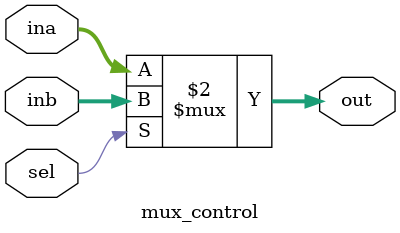
<source format=v>
`timescale 1ns / 1ps

module mux_control(
    input [7:0] ina, inb,
    input sel,
    output [7:0] out 
    );
    
    assign out = (sel == 1'b0) ? ina : inb;
    
endmodule

</source>
